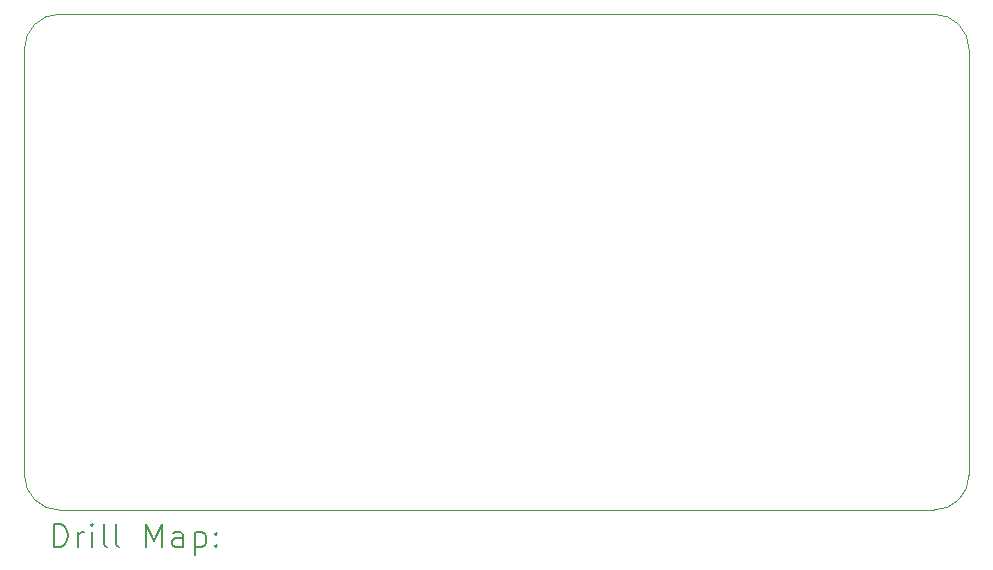
<source format=gbr>
%FSLAX45Y45*%
G04 Gerber Fmt 4.5, Leading zero omitted, Abs format (unit mm)*
G04 Created by KiCad (PCBNEW (6.0.5)) date 2023-02-02 23:21:55*
%MOMM*%
%LPD*%
G01*
G04 APERTURE LIST*
%TA.AperFunction,Profile*%
%ADD10C,0.100000*%
%TD*%
%ADD11C,0.200000*%
G04 APERTURE END LIST*
D10*
X10500000Y-7700000D02*
X10500000Y-11300000D01*
X18500000Y-7700000D02*
G75*
G03*
X18200000Y-7400000I-300000J0D01*
G01*
X18200000Y-11600000D02*
G75*
G03*
X18500000Y-11300000I0J300000D01*
G01*
X10500000Y-11300000D02*
X10500000Y-11300000D01*
X18500000Y-11300000D02*
X18500000Y-7700000D01*
X10800000Y-11600000D02*
X18200000Y-11600000D01*
X18200000Y-7400000D02*
X10800000Y-7400000D01*
X10800000Y-7400000D02*
G75*
G03*
X10500000Y-7700000I0J-300000D01*
G01*
X10500000Y-11300000D02*
G75*
G03*
X10800000Y-11600000I300000J0D01*
G01*
D11*
X10752619Y-11915476D02*
X10752619Y-11715476D01*
X10800238Y-11715476D01*
X10828810Y-11725000D01*
X10847857Y-11744048D01*
X10857381Y-11763095D01*
X10866905Y-11801190D01*
X10866905Y-11829762D01*
X10857381Y-11867857D01*
X10847857Y-11886905D01*
X10828810Y-11905952D01*
X10800238Y-11915476D01*
X10752619Y-11915476D01*
X10952619Y-11915476D02*
X10952619Y-11782143D01*
X10952619Y-11820238D02*
X10962143Y-11801190D01*
X10971667Y-11791667D01*
X10990714Y-11782143D01*
X11009762Y-11782143D01*
X11076429Y-11915476D02*
X11076429Y-11782143D01*
X11076429Y-11715476D02*
X11066905Y-11725000D01*
X11076429Y-11734524D01*
X11085952Y-11725000D01*
X11076429Y-11715476D01*
X11076429Y-11734524D01*
X11200238Y-11915476D02*
X11181190Y-11905952D01*
X11171667Y-11886905D01*
X11171667Y-11715476D01*
X11305000Y-11915476D02*
X11285952Y-11905952D01*
X11276428Y-11886905D01*
X11276428Y-11715476D01*
X11533571Y-11915476D02*
X11533571Y-11715476D01*
X11600238Y-11858333D01*
X11666905Y-11715476D01*
X11666905Y-11915476D01*
X11847857Y-11915476D02*
X11847857Y-11810714D01*
X11838333Y-11791667D01*
X11819286Y-11782143D01*
X11781190Y-11782143D01*
X11762143Y-11791667D01*
X11847857Y-11905952D02*
X11828809Y-11915476D01*
X11781190Y-11915476D01*
X11762143Y-11905952D01*
X11752619Y-11886905D01*
X11752619Y-11867857D01*
X11762143Y-11848809D01*
X11781190Y-11839286D01*
X11828809Y-11839286D01*
X11847857Y-11829762D01*
X11943095Y-11782143D02*
X11943095Y-11982143D01*
X11943095Y-11791667D02*
X11962143Y-11782143D01*
X12000238Y-11782143D01*
X12019286Y-11791667D01*
X12028809Y-11801190D01*
X12038333Y-11820238D01*
X12038333Y-11877381D01*
X12028809Y-11896428D01*
X12019286Y-11905952D01*
X12000238Y-11915476D01*
X11962143Y-11915476D01*
X11943095Y-11905952D01*
X12124048Y-11896428D02*
X12133571Y-11905952D01*
X12124048Y-11915476D01*
X12114524Y-11905952D01*
X12124048Y-11896428D01*
X12124048Y-11915476D01*
X12124048Y-11791667D02*
X12133571Y-11801190D01*
X12124048Y-11810714D01*
X12114524Y-11801190D01*
X12124048Y-11791667D01*
X12124048Y-11810714D01*
M02*

</source>
